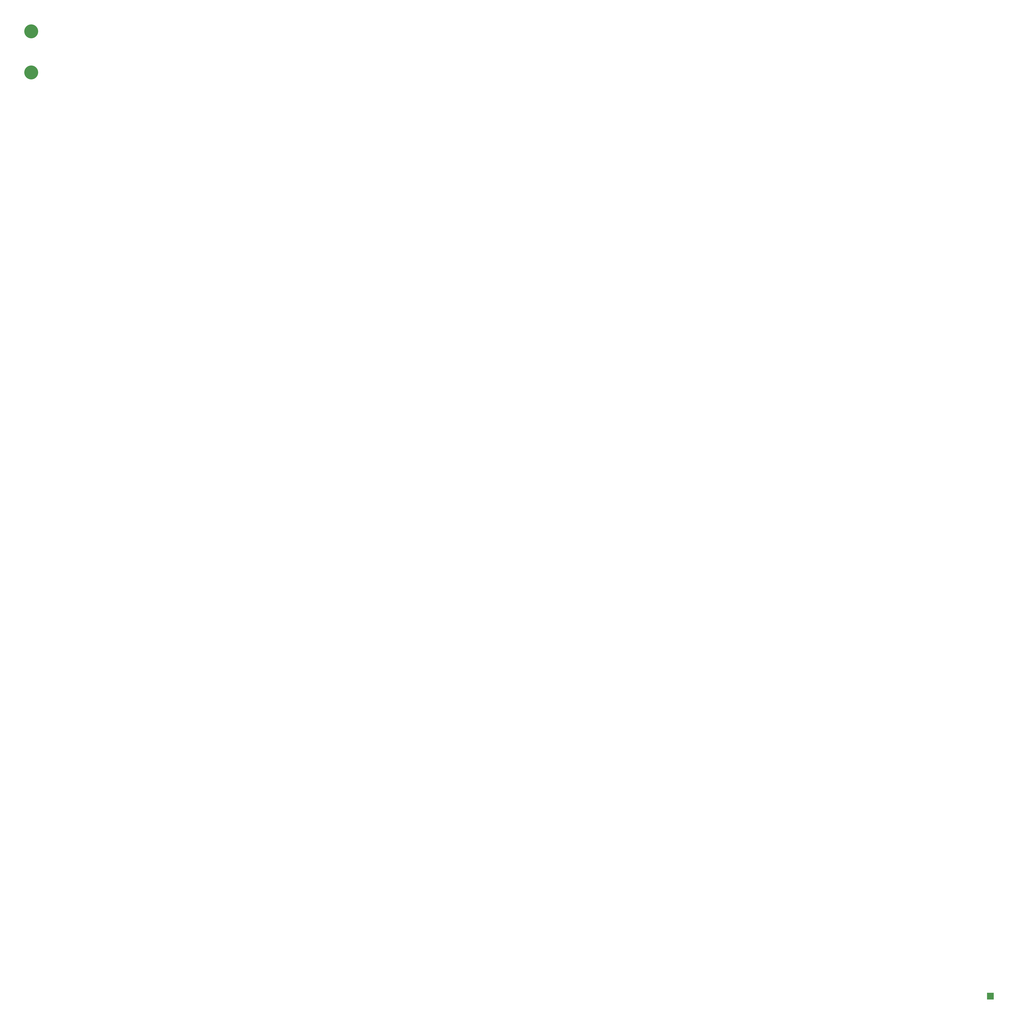
<source format=gbr>
%TF.GenerationSoftware,KiCad,Pcbnew,7.0.1-3b83917a11~172~ubuntu22.04.1*%
%TF.CreationDate,2023-12-10T13:38:52-05:00*%
%TF.ProjectId,coil_template_second,636f696c-5f74-4656-9d70-6c6174655f73,rev?*%
%TF.SameCoordinates,Original*%
%TF.FileFunction,Soldermask,Bot*%
%TF.FilePolarity,Negative*%
%FSLAX46Y46*%
G04 Gerber Fmt 4.6, Leading zero omitted, Abs format (unit mm)*
G04 Created by KiCad (PCBNEW 7.0.1-3b83917a11~172~ubuntu22.04.1) date 2023-12-10 13:38:52*
%MOMM*%
%LPD*%
G01*
G04 APERTURE LIST*
%ADD10C,10.160000*%
%ADD11R,5.000000X5.000000*%
G04 APERTURE END LIST*
D10*
%TO.C,J1*%
X45240000Y-75240000D03*
X45240000Y-45270000D03*
%TD*%
D11*
%TO.C,J1*%
X745000000Y-748789483D03*
%TD*%
M02*

</source>
